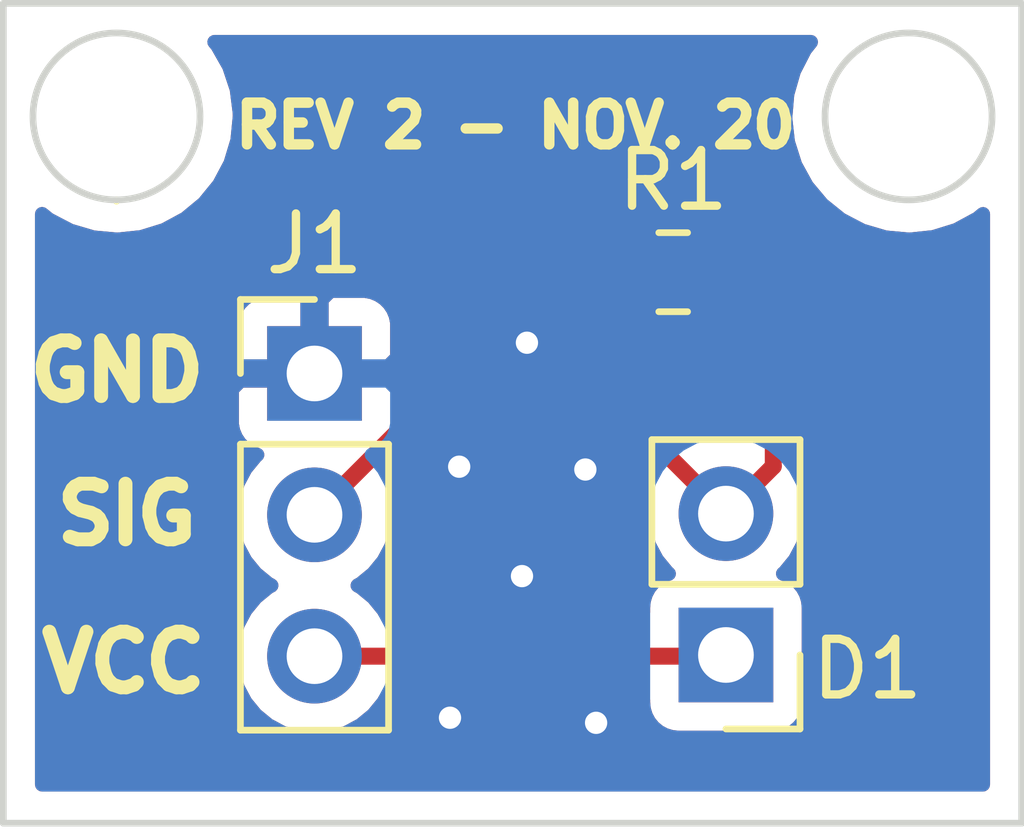
<source format=kicad_pcb>
(kicad_pcb (version 20171130) (host pcbnew "(5.0.1)-4")

  (general
    (thickness 1.6)
    (drawings 11)
    (tracks 17)
    (zones 0)
    (modules 3)
    (nets 4)
  )

  (page A4)
  (layers
    (0 F.Cu signal)
    (31 B.Cu signal)
    (32 B.Adhes user)
    (33 F.Adhes user)
    (34 B.Paste user)
    (35 F.Paste user)
    (36 B.SilkS user)
    (37 F.SilkS user)
    (38 B.Mask user)
    (39 F.Mask user)
    (40 Dwgs.User user)
    (41 Cmts.User user)
    (42 Eco1.User user)
    (43 Eco2.User user)
    (44 Edge.Cuts user)
    (45 Margin user)
    (46 B.CrtYd user)
    (47 F.CrtYd user)
    (48 B.Fab user)
    (49 F.Fab user)
  )

  (setup
    (last_trace_width 0.3048)
    (user_trace_width 0.3048)
    (trace_clearance 0.2)
    (zone_clearance 0.508)
    (zone_45_only no)
    (trace_min 0.2)
    (segment_width 0.2)
    (edge_width 0.05)
    (via_size 0.8)
    (via_drill 0.4)
    (via_min_size 0.4)
    (via_min_drill 0.3)
    (uvia_size 0.3)
    (uvia_drill 0.1)
    (uvias_allowed no)
    (uvia_min_size 0.2)
    (uvia_min_drill 0.1)
    (pcb_text_width 0.3)
    (pcb_text_size 1.5 1.5)
    (mod_edge_width 0.12)
    (mod_text_size 1 1)
    (mod_text_width 0.15)
    (pad_size 1.524 1.524)
    (pad_drill 0.762)
    (pad_to_mask_clearance 0.051)
    (solder_mask_min_width 0.25)
    (aux_axis_origin 0 0)
    (visible_elements 7FFFFFFF)
    (pcbplotparams
      (layerselection 0x010fc_ffffffff)
      (usegerberextensions false)
      (usegerberattributes false)
      (usegerberadvancedattributes false)
      (creategerberjobfile true)
      (excludeedgelayer true)
      (linewidth 0.100000)
      (plotframeref false)
      (viasonmask false)
      (mode 1)
      (useauxorigin false)
      (hpglpennumber 1)
      (hpglpenspeed 20)
      (hpglpendiameter 15.000000)
      (psnegative false)
      (psa4output false)
      (plotreference true)
      (plotvalue true)
      (plotinvisibletext false)
      (padsonsilk false)
      (subtractmaskfromsilk false)
      (outputformat 1)
      (mirror false)
      (drillshape 0)
      (scaleselection 1)
      (outputdirectory "REV 2 GERBER/"))
  )

  (net 0 "")
  (net 1 GND)
  (net 2 /A0)
  (net 3 VCC)

  (net_class Default "This is the default net class."
    (clearance 0.2)
    (trace_width 0.25)
    (via_dia 0.8)
    (via_drill 0.4)
    (uvia_dia 0.3)
    (uvia_drill 0.1)
    (add_net /A0)
    (add_net GND)
    (add_net VCC)
  )

  (module Connector_PinHeader_2.54mm:PinHeader_1x02_P2.54mm_Vertical (layer F.Cu) (tedit 59FED5CC) (tstamp 5DC9D01E)
    (at 111.52886 76.7334 180)
    (descr "Through hole straight pin header, 1x02, 2.54mm pitch, single row")
    (tags "Through hole pin header THT 1x02 2.54mm single row")
    (path /5DC9C9B2)
    (fp_text reference D1 (at -2.54 -0.254 180) (layer F.SilkS)
      (effects (font (size 1 1) (thickness 0.15)))
    )
    (fp_text value D_Photo (at 0 4.87 180) (layer F.Fab)
      (effects (font (size 1 1) (thickness 0.15)))
    )
    (fp_line (start -0.635 -1.27) (end 1.27 -1.27) (layer F.Fab) (width 0.1))
    (fp_line (start 1.27 -1.27) (end 1.27 3.81) (layer F.Fab) (width 0.1))
    (fp_line (start 1.27 3.81) (end -1.27 3.81) (layer F.Fab) (width 0.1))
    (fp_line (start -1.27 3.81) (end -1.27 -0.635) (layer F.Fab) (width 0.1))
    (fp_line (start -1.27 -0.635) (end -0.635 -1.27) (layer F.Fab) (width 0.1))
    (fp_line (start -1.33 3.87) (end 1.33 3.87) (layer F.SilkS) (width 0.12))
    (fp_line (start -1.33 1.27) (end -1.33 3.87) (layer F.SilkS) (width 0.12))
    (fp_line (start 1.33 1.27) (end 1.33 3.87) (layer F.SilkS) (width 0.12))
    (fp_line (start -1.33 1.27) (end 1.33 1.27) (layer F.SilkS) (width 0.12))
    (fp_line (start -1.33 0) (end -1.33 -1.33) (layer F.SilkS) (width 0.12))
    (fp_line (start -1.33 -1.33) (end 0 -1.33) (layer F.SilkS) (width 0.12))
    (fp_line (start -1.8 -1.8) (end -1.8 4.35) (layer F.CrtYd) (width 0.05))
    (fp_line (start -1.8 4.35) (end 1.8 4.35) (layer F.CrtYd) (width 0.05))
    (fp_line (start 1.8 4.35) (end 1.8 -1.8) (layer F.CrtYd) (width 0.05))
    (fp_line (start 1.8 -1.8) (end -1.8 -1.8) (layer F.CrtYd) (width 0.05))
    (fp_text user %R (at 0 1.27 270) (layer F.Fab)
      (effects (font (size 1 1) (thickness 0.15)))
    )
    (pad 1 thru_hole rect (at 0 0 180) (size 1.7 1.7) (drill 1) (layers *.Cu *.Mask)
      (net 3 VCC))
    (pad 2 thru_hole oval (at 0 2.54 180) (size 1.7 1.7) (drill 1) (layers *.Cu *.Mask)
      (net 2 /A0))
    (model ${KISYS3DMOD}/Connector_PinHeader_2.54mm.3dshapes/PinHeader_1x02_P2.54mm_Vertical.wrl
      (at (xyz 0 0 0))
      (scale (xyz 1 1 1))
      (rotate (xyz 0 0 0))
    )
  )

  (module Connector_PinHeader_2.54mm:PinHeader_1x03_P2.54mm_Vertical (layer F.Cu) (tedit 59FED5CC) (tstamp 5DC9D035)
    (at 104.14 71.675001)
    (descr "Through hole straight pin header, 1x03, 2.54mm pitch, single row")
    (tags "Through hole pin header THT 1x03 2.54mm single row")
    (path /5DCA22E9)
    (fp_text reference J1 (at 0 -2.33) (layer F.SilkS)
      (effects (font (size 1 1) (thickness 0.15)))
    )
    (fp_text value Conn_01x03_Male (at 0 7.41) (layer F.Fab) hide
      (effects (font (size 1 1) (thickness 0.15)))
    )
    (fp_line (start -0.635 -1.27) (end 1.27 -1.27) (layer F.Fab) (width 0.1))
    (fp_line (start 1.27 -1.27) (end 1.27 6.35) (layer F.Fab) (width 0.1))
    (fp_line (start 1.27 6.35) (end -1.27 6.35) (layer F.Fab) (width 0.1))
    (fp_line (start -1.27 6.35) (end -1.27 -0.635) (layer F.Fab) (width 0.1))
    (fp_line (start -1.27 -0.635) (end -0.635 -1.27) (layer F.Fab) (width 0.1))
    (fp_line (start -1.33 6.41) (end 1.33 6.41) (layer F.SilkS) (width 0.12))
    (fp_line (start -1.33 1.27) (end -1.33 6.41) (layer F.SilkS) (width 0.12))
    (fp_line (start 1.33 1.27) (end 1.33 6.41) (layer F.SilkS) (width 0.12))
    (fp_line (start -1.33 1.27) (end 1.33 1.27) (layer F.SilkS) (width 0.12))
    (fp_line (start -1.33 0) (end -1.33 -1.33) (layer F.SilkS) (width 0.12))
    (fp_line (start -1.33 -1.33) (end 0 -1.33) (layer F.SilkS) (width 0.12))
    (fp_line (start -1.8 -1.8) (end -1.8 6.85) (layer F.CrtYd) (width 0.05))
    (fp_line (start -1.8 6.85) (end 1.8 6.85) (layer F.CrtYd) (width 0.05))
    (fp_line (start 1.8 6.85) (end 1.8 -1.8) (layer F.CrtYd) (width 0.05))
    (fp_line (start 1.8 -1.8) (end -1.8 -1.8) (layer F.CrtYd) (width 0.05))
    (fp_text user %R (at 0 2.54 90) (layer F.Fab)
      (effects (font (size 1 1) (thickness 0.15)))
    )
    (pad 1 thru_hole rect (at 0 0) (size 1.7 1.7) (drill 1) (layers *.Cu *.Mask)
      (net 1 GND))
    (pad 2 thru_hole oval (at 0 2.54) (size 1.7 1.7) (drill 1) (layers *.Cu *.Mask)
      (net 2 /A0))
    (pad 3 thru_hole oval (at 0 5.08) (size 1.7 1.7) (drill 1) (layers *.Cu *.Mask)
      (net 3 VCC))
    (model ${KISYS3DMOD}/Connector_PinHeader_2.54mm.3dshapes/PinHeader_1x03_P2.54mm_Vertical.wrl
      (at (xyz 0 0 0))
      (scale (xyz 1 1 1))
      (rotate (xyz 0 0 0))
    )
  )

  (module Resistor_SMD:R_0805_2012Metric (layer F.Cu) (tedit 5B36C52B) (tstamp 5DC9D046)
    (at 110.58144 69.85508)
    (descr "Resistor SMD 0805 (2012 Metric), square (rectangular) end terminal, IPC_7351 nominal, (Body size source: https://docs.google.com/spreadsheets/d/1BsfQQcO9C6DZCsRaXUlFlo91Tg2WpOkGARC1WS5S8t0/edit?usp=sharing), generated with kicad-footprint-generator")
    (tags resistor)
    (path /5DC9D46D)
    (attr smd)
    (fp_text reference R1 (at 0 -1.65) (layer F.SilkS)
      (effects (font (size 1 1) (thickness 0.15)))
    )
    (fp_text value R_909K (at 0 1.65) (layer F.Fab)
      (effects (font (size 1 1) (thickness 0.15)))
    )
    (fp_line (start -1 0.6) (end -1 -0.6) (layer F.Fab) (width 0.1))
    (fp_line (start -1 -0.6) (end 1 -0.6) (layer F.Fab) (width 0.1))
    (fp_line (start 1 -0.6) (end 1 0.6) (layer F.Fab) (width 0.1))
    (fp_line (start 1 0.6) (end -1 0.6) (layer F.Fab) (width 0.1))
    (fp_line (start -0.258578 -0.71) (end 0.258578 -0.71) (layer F.SilkS) (width 0.12))
    (fp_line (start -0.258578 0.71) (end 0.258578 0.71) (layer F.SilkS) (width 0.12))
    (fp_line (start -1.68 0.95) (end -1.68 -0.95) (layer F.CrtYd) (width 0.05))
    (fp_line (start -1.68 -0.95) (end 1.68 -0.95) (layer F.CrtYd) (width 0.05))
    (fp_line (start 1.68 -0.95) (end 1.68 0.95) (layer F.CrtYd) (width 0.05))
    (fp_line (start 1.68 0.95) (end -1.68 0.95) (layer F.CrtYd) (width 0.05))
    (fp_text user %R (at 0 0) (layer F.Fab)
      (effects (font (size 0.5 0.5) (thickness 0.08)))
    )
    (pad 1 smd roundrect (at -0.9375 0) (size 0.975 1.4) (layers F.Cu F.Paste F.Mask) (roundrect_rratio 0.25)
      (net 1 GND))
    (pad 2 smd roundrect (at 0.9375 0) (size 0.975 1.4) (layers F.Cu F.Paste F.Mask) (roundrect_rratio 0.25)
      (net 2 /A0))
    (model ${KISYS3DMOD}/Resistor_SMD.3dshapes/R_0805_2012Metric.wrl
      (at (xyz 0 0 0))
      (scale (xyz 1 1 1))
      (rotate (xyz 0 0 0))
    )
  )

  (gr_text "REV 2 - NOV. 20" (at 107.74934 67.2211) (layer F.SilkS)
    (effects (font (size 0.75 0.75) (thickness 0.1875)))
  )
  (gr_text "VCC\n" (at 100.711 76.86548) (layer F.SilkS) (tstamp 5DD59180)
    (effects (font (size 1 1) (thickness 0.25)))
  )
  (gr_text SIG (at 100.76942 74.2061) (layer F.SilkS)
    (effects (font (size 1 1) (thickness 0.25)))
  )
  (gr_text GND (at 100.59416 71.63054) (layer F.SilkS)
    (effects (font (size 1 1) (thickness 0.25)))
  )
  (gr_line (start 100.584 68.556) (end 100.584 68.58) (layer F.SilkS) (width 0.12))
  (gr_line (start 98.552 65.024) (end 116.84 65.024) (layer Edge.Cuts) (width 0.12) (tstamp 5DC9D368))
  (gr_line (start 98.552 79.756) (end 98.552 65.024) (layer Edge.Cuts) (width 0.12))
  (gr_line (start 116.84 79.756) (end 98.552 79.756) (layer Edge.Cuts) (width 0.12))
  (gr_line (start 116.84 65.024) (end 116.84 79.756) (layer Edge.Cuts) (width 0.12))
  (gr_circle (center 114.808 67.056) (end 116.308 67.056) (layer Edge.Cuts) (width 0.12))
  (gr_circle (center 100.584 67.056) (end 102.084 67.056) (layer Edge.Cuts) (width 0.12))

  (segment (start 104.14 70.575001) (end 104.14 71.675001) (width 0.25) (layer F.Cu) (net 1))
  (via (at 107.86618 75.31608) (size 0.8) (drill 0.4) (layers F.Cu B.Cu) (net 1))
  (via (at 106.57332 77.86116) (size 0.8) (drill 0.4) (layers F.Cu B.Cu) (net 1))
  (via (at 109.19714 77.9526) (size 0.8) (drill 0.4) (layers F.Cu B.Cu) (net 1))
  (via (at 106.73842 73.35012) (size 0.8) (drill 0.4) (layers F.Cu B.Cu) (net 1))
  (via (at 109.0041 73.40092) (size 0.8) (drill 0.4) (layers F.Cu B.Cu) (net 1))
  (via (at 107.95508 71.12254) (size 0.8) (drill 0.4) (layers F.Cu B.Cu) (net 1))
  (segment (start 112.075177 70.411317) (end 111.51894 69.85508) (width 0.3048) (layer F.Cu) (net 2))
  (segment (start 112.378859 70.714999) (end 112.075177 70.411317) (width 0.3048) (layer F.Cu) (net 2))
  (segment (start 112.378859 73.343401) (end 112.378859 70.714999) (width 0.3048) (layer F.Cu) (net 2))
  (segment (start 111.52886 74.1934) (end 112.378859 73.343401) (width 0.3048) (layer F.Cu) (net 2))
  (segment (start 104.161601 74.1934) (end 104.14 74.215001) (width 0.3048) (layer F.Cu) (net 2))
  (segment (start 104.14 74.215001) (end 106.081841 72.27316) (width 0.3048) (layer F.Cu) (net 2))
  (segment (start 109.60862 72.27316) (end 111.52886 74.1934) (width 0.3048) (layer F.Cu) (net 2))
  (segment (start 106.081841 72.27316) (end 109.60862 72.27316) (width 0.3048) (layer F.Cu) (net 2))
  (segment (start 111.507259 76.755001) (end 111.52886 76.7334) (width 0.3048) (layer F.Cu) (net 3))
  (segment (start 104.14 76.755001) (end 111.507259 76.755001) (width 0.3048) (layer F.Cu) (net 3))

  (zone (net 1) (net_name GND) (layer F.Cu) (tstamp 5DD591C3) (hatch edge 0.508)
    (connect_pads (clearance 0.508))
    (min_thickness 0.254)
    (fill yes (arc_segments 32) (thermal_gap 0.508) (thermal_bridge_width 0.508))
    (polygon
      (pts
        (xy 116.84 80.01) (xy 116.84 65.024) (xy 101.6 65.024) (xy 98.552 65.024) (xy 98.552 80.01)
        (xy 113.03 80.01)
      )
    )
    (filled_polygon
      (pts
        (xy 112.946145 65.856116) (xy 112.748545 66.240604) (xy 112.629389 66.65615) (xy 112.593216 67.086926) (xy 112.641403 67.516524)
        (xy 112.772115 67.928581) (xy 112.980374 68.307402) (xy 113.258246 68.638557) (xy 113.595147 68.909433) (xy 113.978246 69.109712)
        (xy 114.39295 69.231766) (xy 114.823463 69.270946) (xy 115.253388 69.225759) (xy 115.666347 69.097927) (xy 116.046612 68.892318)
        (xy 116.145 68.810924) (xy 116.145001 79.061) (xy 99.247 79.061) (xy 99.247 74.215001) (xy 102.647815 74.215001)
        (xy 102.676487 74.506112) (xy 102.761401 74.786035) (xy 102.899294 75.044015) (xy 103.084866 75.270135) (xy 103.310986 75.455707)
        (xy 103.365791 75.485001) (xy 103.310986 75.514295) (xy 103.084866 75.699867) (xy 102.899294 75.925987) (xy 102.761401 76.183967)
        (xy 102.676487 76.46389) (xy 102.647815 76.755001) (xy 102.676487 77.046112) (xy 102.761401 77.326035) (xy 102.899294 77.584015)
        (xy 103.084866 77.810135) (xy 103.310986 77.995707) (xy 103.568966 78.1336) (xy 103.848889 78.218514) (xy 104.06705 78.240001)
        (xy 104.21295 78.240001) (xy 104.431111 78.218514) (xy 104.711034 78.1336) (xy 104.969014 77.995707) (xy 105.195134 77.810135)
        (xy 105.380706 77.584015) (xy 105.402949 77.542401) (xy 110.040788 77.542401) (xy 110.040788 77.5834) (xy 110.053048 77.707882)
        (xy 110.089358 77.82758) (xy 110.148323 77.937894) (xy 110.227675 78.034585) (xy 110.324366 78.113937) (xy 110.43468 78.172902)
        (xy 110.554378 78.209212) (xy 110.67886 78.221472) (xy 112.37886 78.221472) (xy 112.503342 78.209212) (xy 112.62304 78.172902)
        (xy 112.733354 78.113937) (xy 112.830045 78.034585) (xy 112.909397 77.937894) (xy 112.968362 77.82758) (xy 113.004672 77.707882)
        (xy 113.016932 77.5834) (xy 113.016932 75.8834) (xy 113.004672 75.758918) (xy 112.968362 75.63922) (xy 112.909397 75.528906)
        (xy 112.830045 75.432215) (xy 112.733354 75.352863) (xy 112.62304 75.293898) (xy 112.554173 75.273007) (xy 112.583994 75.248534)
        (xy 112.769566 75.022414) (xy 112.907459 74.764434) (xy 112.992373 74.484511) (xy 113.021045 74.1934) (xy 112.992373 73.902289)
        (xy 112.977916 73.854632) (xy 113.036725 73.782973) (xy 113.109841 73.646184) (xy 113.154865 73.497758) (xy 113.166259 73.382074)
        (xy 113.166259 73.382065) (xy 113.170067 73.343402) (xy 113.166259 73.304739) (xy 113.166259 70.753661) (xy 113.170067 70.714998)
        (xy 113.166259 70.676335) (xy 113.166259 70.676326) (xy 113.154865 70.560642) (xy 113.109841 70.412216) (xy 113.036725 70.275427)
        (xy 112.938328 70.15553) (xy 112.908286 70.130875) (xy 112.659302 69.881892) (xy 112.659298 69.881887) (xy 112.644512 69.867101)
        (xy 112.644512 69.39883) (xy 112.627568 69.226795) (xy 112.577387 69.061371) (xy 112.495898 68.908916) (xy 112.386232 68.775288)
        (xy 112.252604 68.665622) (xy 112.100149 68.584133) (xy 111.934725 68.533952) (xy 111.76269 68.517008) (xy 111.27519 68.517008)
        (xy 111.103155 68.533952) (xy 110.937731 68.584133) (xy 110.785276 68.665622) (xy 110.651648 68.775288) (xy 110.645988 68.782185)
        (xy 110.624677 68.750291) (xy 110.536229 68.661843) (xy 110.432225 68.59235) (xy 110.316663 68.544483) (xy 110.193982 68.52008)
        (xy 109.92969 68.52008) (xy 109.77094 68.67883) (xy 109.77094 69.72808) (xy 109.79094 69.72808) (xy 109.79094 69.98208)
        (xy 109.77094 69.98208) (xy 109.77094 71.03133) (xy 109.92969 71.19008) (xy 110.193982 71.19008) (xy 110.316663 71.165677)
        (xy 110.432225 71.11781) (xy 110.536229 71.048317) (xy 110.624677 70.959869) (xy 110.645988 70.927975) (xy 110.651648 70.934872)
        (xy 110.785276 71.044538) (xy 110.937731 71.126027) (xy 111.103155 71.176208) (xy 111.27519 71.193152) (xy 111.59146 71.193152)
        (xy 111.591459 72.7084) (xy 111.45591 72.7084) (xy 111.237749 72.729887) (xy 111.192595 72.743584) (xy 110.192747 71.743737)
        (xy 110.168089 71.713691) (xy 110.048192 71.615294) (xy 109.911403 71.542178) (xy 109.762977 71.497154) (xy 109.647293 71.48576)
        (xy 109.647283 71.48576) (xy 109.60862 71.481952) (xy 109.569957 71.48576) (xy 106.120504 71.48576) (xy 106.081841 71.481952)
        (xy 106.043178 71.48576) (xy 106.043168 71.48576) (xy 105.927484 71.497154) (xy 105.779058 71.542178) (xy 105.642268 71.615294)
        (xy 105.625 71.629466) (xy 105.625 71.547999) (xy 105.466252 71.547999) (xy 105.625 71.389251) (xy 105.625 70.762459)
        (xy 105.600597 70.639778) (xy 105.55273 70.524216) (xy 105.483237 70.420212) (xy 105.394789 70.331764) (xy 105.290785 70.262271)
        (xy 105.175223 70.214404) (xy 105.052542 70.190001) (xy 104.42575 70.190001) (xy 104.267 70.348751) (xy 104.267 71.548001)
        (xy 104.287 71.548001) (xy 104.287 71.802001) (xy 104.267 71.802001) (xy 104.267 71.822001) (xy 104.013 71.822001)
        (xy 104.013 71.802001) (xy 102.81375 71.802001) (xy 102.655 71.960751) (xy 102.655 72.587543) (xy 102.679403 72.710224)
        (xy 102.72727 72.825786) (xy 102.796763 72.92979) (xy 102.885211 73.018238) (xy 102.989215 73.087731) (xy 103.104777 73.135598)
        (xy 103.112553 73.137145) (xy 103.084866 73.159867) (xy 102.899294 73.385987) (xy 102.761401 73.643967) (xy 102.676487 73.92389)
        (xy 102.647815 74.215001) (xy 99.247 74.215001) (xy 99.247 70.762459) (xy 102.655 70.762459) (xy 102.655 71.389251)
        (xy 102.81375 71.548001) (xy 104.013 71.548001) (xy 104.013 70.348751) (xy 103.85425 70.190001) (xy 103.227458 70.190001)
        (xy 103.104777 70.214404) (xy 102.989215 70.262271) (xy 102.885211 70.331764) (xy 102.796763 70.420212) (xy 102.72727 70.524216)
        (xy 102.679403 70.639778) (xy 102.655 70.762459) (xy 99.247 70.762459) (xy 99.247 70.14083) (xy 108.52144 70.14083)
        (xy 108.52144 70.617622) (xy 108.545843 70.740303) (xy 108.59371 70.855865) (xy 108.663203 70.959869) (xy 108.751651 71.048317)
        (xy 108.855655 71.11781) (xy 108.971217 71.165677) (xy 109.093898 71.19008) (xy 109.35819 71.19008) (xy 109.51694 71.03133)
        (xy 109.51694 69.98208) (xy 108.68019 69.98208) (xy 108.52144 70.14083) (xy 99.247 70.14083) (xy 99.247 68.809616)
        (xy 99.371147 68.909433) (xy 99.754246 69.109712) (xy 100.16895 69.231766) (xy 100.599463 69.270946) (xy 101.029388 69.225759)
        (xy 101.442347 69.097927) (xy 101.452313 69.092538) (xy 108.52144 69.092538) (xy 108.52144 69.56933) (xy 108.68019 69.72808)
        (xy 109.51694 69.72808) (xy 109.51694 68.67883) (xy 109.35819 68.52008) (xy 109.093898 68.52008) (xy 108.971217 68.544483)
        (xy 108.855655 68.59235) (xy 108.751651 68.661843) (xy 108.663203 68.750291) (xy 108.59371 68.854295) (xy 108.545843 68.969857)
        (xy 108.52144 69.092538) (xy 101.452313 69.092538) (xy 101.822612 68.892318) (xy 102.155699 68.616765) (xy 102.428921 68.281762)
        (xy 102.631869 67.900071) (xy 102.756816 67.486229) (xy 102.799 67.056) (xy 102.798136 66.994154) (xy 102.743956 66.56527)
        (xy 102.607503 66.155078) (xy 102.393976 65.779202) (xy 102.342011 65.719) (xy 113.054822 65.719)
      )
    )
    (filled_polygon
      (pts
        (xy 110.079044 73.857135) (xy 110.065347 73.902289) (xy 110.036675 74.1934) (xy 110.065347 74.484511) (xy 110.150261 74.764434)
        (xy 110.288154 75.022414) (xy 110.473726 75.248534) (xy 110.503547 75.273007) (xy 110.43468 75.293898) (xy 110.324366 75.352863)
        (xy 110.227675 75.432215) (xy 110.148323 75.528906) (xy 110.089358 75.63922) (xy 110.053048 75.758918) (xy 110.040788 75.8834)
        (xy 110.040788 75.967601) (xy 105.402949 75.967601) (xy 105.380706 75.925987) (xy 105.195134 75.699867) (xy 104.969014 75.514295)
        (xy 104.914209 75.485001) (xy 104.969014 75.455707) (xy 105.195134 75.270135) (xy 105.380706 75.044015) (xy 105.518599 74.786035)
        (xy 105.603513 74.506112) (xy 105.632185 74.215001) (xy 105.603513 73.92389) (xy 105.589816 73.878736) (xy 106.407992 73.06056)
        (xy 109.28247 73.06056)
      )
    )
  )
  (zone (net 1) (net_name GND) (layer B.Cu) (tstamp 5DD591C0) (hatch edge 0.508)
    (connect_pads (clearance 0.508))
    (min_thickness 0.254)
    (fill yes (arc_segments 32) (thermal_gap 0.508) (thermal_bridge_width 0.508))
    (polygon
      (pts
        (xy 116.84 65.024) (xy 98.552 65.024) (xy 98.552 80.01) (xy 116.84 80.01)
      )
    )
    (filled_polygon
      (pts
        (xy 112.946145 65.856116) (xy 112.748545 66.240604) (xy 112.629389 66.65615) (xy 112.593216 67.086926) (xy 112.641403 67.516524)
        (xy 112.772115 67.928581) (xy 112.980374 68.307402) (xy 113.258246 68.638557) (xy 113.595147 68.909433) (xy 113.978246 69.109712)
        (xy 114.39295 69.231766) (xy 114.823463 69.270946) (xy 115.253388 69.225759) (xy 115.666347 69.097927) (xy 116.046612 68.892318)
        (xy 116.145 68.810924) (xy 116.145001 79.061) (xy 99.247 79.061) (xy 99.247 74.215001) (xy 102.647815 74.215001)
        (xy 102.676487 74.506112) (xy 102.761401 74.786035) (xy 102.899294 75.044015) (xy 103.084866 75.270135) (xy 103.310986 75.455707)
        (xy 103.365791 75.485001) (xy 103.310986 75.514295) (xy 103.084866 75.699867) (xy 102.899294 75.925987) (xy 102.761401 76.183967)
        (xy 102.676487 76.46389) (xy 102.647815 76.755001) (xy 102.676487 77.046112) (xy 102.761401 77.326035) (xy 102.899294 77.584015)
        (xy 103.084866 77.810135) (xy 103.310986 77.995707) (xy 103.568966 78.1336) (xy 103.848889 78.218514) (xy 104.06705 78.240001)
        (xy 104.21295 78.240001) (xy 104.431111 78.218514) (xy 104.711034 78.1336) (xy 104.969014 77.995707) (xy 105.195134 77.810135)
        (xy 105.380706 77.584015) (xy 105.518599 77.326035) (xy 105.603513 77.046112) (xy 105.632185 76.755001) (xy 105.603513 76.46389)
        (xy 105.518599 76.183967) (xy 105.380706 75.925987) (xy 105.195134 75.699867) (xy 104.969014 75.514295) (xy 104.914209 75.485001)
        (xy 104.969014 75.455707) (xy 105.195134 75.270135) (xy 105.380706 75.044015) (xy 105.518599 74.786035) (xy 105.603513 74.506112)
        (xy 105.632185 74.215001) (xy 105.630058 74.1934) (xy 110.036675 74.1934) (xy 110.065347 74.484511) (xy 110.150261 74.764434)
        (xy 110.288154 75.022414) (xy 110.473726 75.248534) (xy 110.503547 75.273007) (xy 110.43468 75.293898) (xy 110.324366 75.352863)
        (xy 110.227675 75.432215) (xy 110.148323 75.528906) (xy 110.089358 75.63922) (xy 110.053048 75.758918) (xy 110.040788 75.8834)
        (xy 110.040788 77.5834) (xy 110.053048 77.707882) (xy 110.089358 77.82758) (xy 110.148323 77.937894) (xy 110.227675 78.034585)
        (xy 110.324366 78.113937) (xy 110.43468 78.172902) (xy 110.554378 78.209212) (xy 110.67886 78.221472) (xy 112.37886 78.221472)
        (xy 112.503342 78.209212) (xy 112.62304 78.172902) (xy 112.733354 78.113937) (xy 112.830045 78.034585) (xy 112.909397 77.937894)
        (xy 112.968362 77.82758) (xy 113.004672 77.707882) (xy 113.016932 77.5834) (xy 113.016932 75.8834) (xy 113.004672 75.758918)
        (xy 112.968362 75.63922) (xy 112.909397 75.528906) (xy 112.830045 75.432215) (xy 112.733354 75.352863) (xy 112.62304 75.293898)
        (xy 112.554173 75.273007) (xy 112.583994 75.248534) (xy 112.769566 75.022414) (xy 112.907459 74.764434) (xy 112.992373 74.484511)
        (xy 113.021045 74.1934) (xy 112.992373 73.902289) (xy 112.907459 73.622366) (xy 112.769566 73.364386) (xy 112.583994 73.138266)
        (xy 112.357874 72.952694) (xy 112.099894 72.814801) (xy 111.819971 72.729887) (xy 111.60181 72.7084) (xy 111.45591 72.7084)
        (xy 111.237749 72.729887) (xy 110.957826 72.814801) (xy 110.699846 72.952694) (xy 110.473726 73.138266) (xy 110.288154 73.364386)
        (xy 110.150261 73.622366) (xy 110.065347 73.902289) (xy 110.036675 74.1934) (xy 105.630058 74.1934) (xy 105.603513 73.92389)
        (xy 105.518599 73.643967) (xy 105.380706 73.385987) (xy 105.195134 73.159867) (xy 105.167447 73.137145) (xy 105.175223 73.135598)
        (xy 105.290785 73.087731) (xy 105.394789 73.018238) (xy 105.483237 72.92979) (xy 105.55273 72.825786) (xy 105.600597 72.710224)
        (xy 105.625 72.587543) (xy 105.625 71.960751) (xy 105.46625 71.802001) (xy 104.267 71.802001) (xy 104.267 71.822001)
        (xy 104.013 71.822001) (xy 104.013 71.802001) (xy 102.81375 71.802001) (xy 102.655 71.960751) (xy 102.655 72.587543)
        (xy 102.679403 72.710224) (xy 102.72727 72.825786) (xy 102.796763 72.92979) (xy 102.885211 73.018238) (xy 102.989215 73.087731)
        (xy 103.104777 73.135598) (xy 103.112553 73.137145) (xy 103.084866 73.159867) (xy 102.899294 73.385987) (xy 102.761401 73.643967)
        (xy 102.676487 73.92389) (xy 102.647815 74.215001) (xy 99.247 74.215001) (xy 99.247 70.762459) (xy 102.655 70.762459)
        (xy 102.655 71.389251) (xy 102.81375 71.548001) (xy 104.013 71.548001) (xy 104.013 70.348751) (xy 104.267 70.348751)
        (xy 104.267 71.548001) (xy 105.46625 71.548001) (xy 105.625 71.389251) (xy 105.625 70.762459) (xy 105.600597 70.639778)
        (xy 105.55273 70.524216) (xy 105.483237 70.420212) (xy 105.394789 70.331764) (xy 105.290785 70.262271) (xy 105.175223 70.214404)
        (xy 105.052542 70.190001) (xy 104.42575 70.190001) (xy 104.267 70.348751) (xy 104.013 70.348751) (xy 103.85425 70.190001)
        (xy 103.227458 70.190001) (xy 103.104777 70.214404) (xy 102.989215 70.262271) (xy 102.885211 70.331764) (xy 102.796763 70.420212)
        (xy 102.72727 70.524216) (xy 102.679403 70.639778) (xy 102.655 70.762459) (xy 99.247 70.762459) (xy 99.247 68.809616)
        (xy 99.371147 68.909433) (xy 99.754246 69.109712) (xy 100.16895 69.231766) (xy 100.599463 69.270946) (xy 101.029388 69.225759)
        (xy 101.442347 69.097927) (xy 101.822612 68.892318) (xy 102.155699 68.616765) (xy 102.428921 68.281762) (xy 102.631869 67.900071)
        (xy 102.756816 67.486229) (xy 102.799 67.056) (xy 102.798136 66.994154) (xy 102.743956 66.56527) (xy 102.607503 66.155078)
        (xy 102.393976 65.779202) (xy 102.342011 65.719) (xy 113.054822 65.719)
      )
    )
  )
)

</source>
